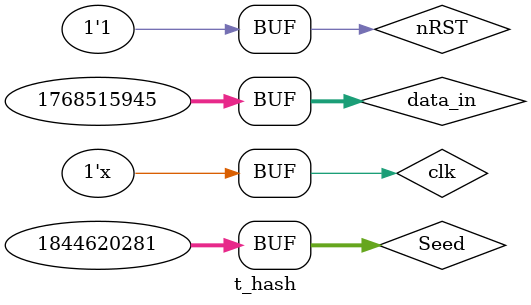
<source format=v>
`timescale 1ns / 1ps


module t_hash();
    reg clk, nRST;
    reg [31:0] data_in;
    reg [31:0] Seed;
    wire [31:0] data_out;
    
    hash u0(
        .clk(clk),
        .nRST(nRST),
        .data_in(data_in),
        .Seed(Seed),
        .data_out(data_out)
        );
        
    always #5 clk=~clk;
    
    initial begin
    clk=0; nRST=0; Seed=32'h6df2abf9;
    #10 nRST=1; data_in=32'h69696969;
    end    
    
endmodule

</source>
